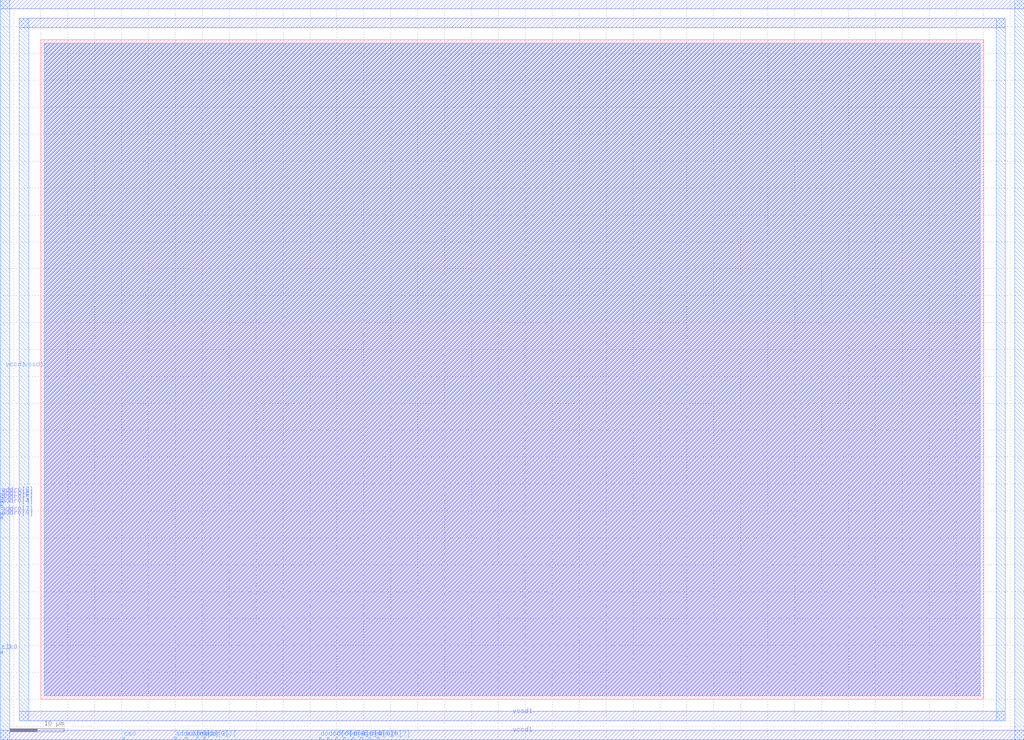
<source format=lef>
VERSION 5.4 ;
NAMESCASESENSITIVE ON ;
BUSBITCHARS "[]" ;
DIVIDERCHAR "/" ;
UNITS
  DATABASE MICRONS 2000 ;
END UNITS
MACRO sky130_rom_1kbyte
   CLASS BLOCK ;
   SIZE 175.13 BY 122.55 ;
   SYMMETRY X Y R90 ;
   PIN clk0
      DIRECTION INPUT ;
      PORT
         LAYER met3 ;
         RECT  -7.48 8.51 -7.1 8.89 ;
      END
   END clk0
   PIN cs0
      DIRECTION INPUT ;
      PORT
         LAYER met4 ;
         RECT  15.265 -7.48 15.645 -7.1 ;
      END
   END cs0
   PIN addr0[0]
      DIRECTION INPUT ;
      PORT
         LAYER met4 ;
         RECT  24.83 -7.48 25.21 -7.1 ;
      END
   END addr0[0]
   PIN addr0[1]
      DIRECTION INPUT ;
      PORT
         LAYER met4 ;
         RECT  26.87 -7.48 27.25 -7.1 ;
      END
   END addr0[1]
   PIN addr0[2]
      DIRECTION INPUT ;
      PORT
         LAYER met4 ;
         RECT  28.91 -7.48 29.29 -7.1 ;
      END
   END addr0[2]
   PIN addr0[3]
      DIRECTION INPUT ;
      PORT
         LAYER met4 ;
         RECT  30.205 -7.48 30.585 -7.1 ;
      END
   END addr0[3]
   PIN addr0[4]
      DIRECTION INPUT ;
      PORT
         LAYER met3 ;
         RECT  -7.48 35.7 -7.1 36.08 ;
      END
   END addr0[4]
   PIN addr0[5]
      DIRECTION INPUT ;
      PORT
         LAYER met3 ;
         RECT  -7.48 36.445 -7.1 36.825 ;
      END
   END addr0[5]
   PIN addr0[6]
      DIRECTION INPUT ;
      PORT
         LAYER met3 ;
         RECT  -7.48 37.135 -7.1 37.515 ;
      END
   END addr0[6]
   PIN addr0[7]
      DIRECTION INPUT ;
      PORT
         LAYER met3 ;
         RECT  -7.48 34.23 -7.1 34.61 ;
      END
   END addr0[7]
   PIN addr0[8]
      DIRECTION INPUT ;
      PORT
         LAYER met3 ;
         RECT  -7.48 37.825 -7.1 38.205 ;
      END
   END addr0[8]
   PIN addr0[9]
      DIRECTION INPUT ;
      PORT
         LAYER met3 ;
         RECT  -7.48 33.54 -7.1 33.92 ;
      END
   END addr0[9]
   PIN dout0[0]
      DIRECTION OUTPUT ;
      PORT
         LAYER met4 ;
         RECT  51.675 -7.48 52.055 -7.1 ;
      END
   END dout0[0]
   PIN dout0[1]
      DIRECTION OUTPUT ;
      PORT
         LAYER met4 ;
         RECT  53.215 -7.48 53.595 -7.1 ;
      END
   END dout0[1]
   PIN dout0[2]
      DIRECTION OUTPUT ;
      PORT
         LAYER met4 ;
         RECT  54.755 -7.48 55.135 -7.1 ;
      END
   END dout0[2]
   PIN dout0[3]
      DIRECTION OUTPUT ;
      PORT
         LAYER met4 ;
         RECT  56.295 -7.48 56.675 -7.1 ;
      END
   END dout0[3]
   PIN dout0[4]
      DIRECTION OUTPUT ;
      PORT
         LAYER met4 ;
         RECT  57.835 -7.48 58.215 -7.1 ;
      END
   END dout0[4]
   PIN dout0[5]
      DIRECTION OUTPUT ;
      PORT
         LAYER met4 ;
         RECT  59.375 -7.48 59.755 -7.1 ;
      END
   END dout0[5]
   PIN dout0[6]
      DIRECTION OUTPUT ;
      PORT
         LAYER met4 ;
         RECT  60.915 -7.48 61.295 -7.1 ;
      END
   END dout0[6]
   PIN dout0[7]
      DIRECTION OUTPUT ;
      PORT
         LAYER met4 ;
         RECT  62.455 -7.48 62.835 -7.1 ;
      END
   END dout0[7]
   PIN vccd1
      DIRECTION INOUT ;
      USE POWER ; 
      SHAPE ABUTMENT ; 
      PORT
         LAYER met4 ;
         RECT  180.87 -7.48 182.61 130.03 ;
         LAYER met3 ;
         RECT  -7.48 128.29 182.61 130.03 ;
         LAYER met4 ;
         RECT  -7.48 -7.48 -5.74 130.03 ;
         LAYER met3 ;
         RECT  -7.48 -7.48 182.61 -5.74 ;
      END
   END vccd1
   PIN vssd1
      DIRECTION INOUT ;
      USE GROUND ; 
      SHAPE ABUTMENT ; 
      PORT
         LAYER met4 ;
         RECT  177.39 -4.0 179.13 126.55 ;
         LAYER met4 ;
         RECT  -4.0 -4.0 -2.26 126.55 ;
         LAYER met3 ;
         RECT  -4.0 124.81 179.13 126.55 ;
         LAYER met3 ;
         RECT  -4.0 -4.0 179.13 -2.26 ;
      END
   END vssd1
   OBS
   LAYER  met1 ;
      RECT  0.62 0.62 174.51 121.93 ;
   LAYER  met2 ;
      RECT  0.62 0.62 174.51 121.93 ;
   LAYER  met3 ;
      RECT  0.62 0.62 174.51 121.93 ;
   LAYER  met4 ;
      RECT  0.62 0.62 174.51 121.93 ;
   END
END    sky130_rom_1kbyte
END    LIBRARY

</source>
